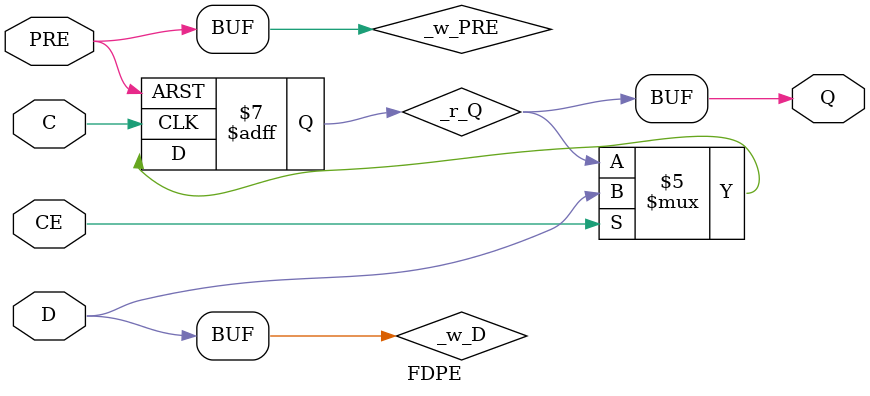
<source format=v>
`ifdef verilator3
`else
`timescale 1 ps / 1 ps
`endif

/* verilator coverage_off */
module FDPE
#(
    parameter [0:0] IS_C_INVERTED   = 1'b0,
    parameter [0:0] IS_D_INVERTED   = 1'b0,
    parameter [0:0] IS_PRE_INVERTED = 1'b0,
    parameter [0:0] INIT            = 1'b0
)
(
    // Clock
    input  wire C,
    // Clock enable
    input  wire CE,
    // Asynchronous preset
    input  wire PRE,
    // Data in
    input  wire D,
    // Data out
`ifdef FAST_IQ
    output wire Q
`else
    output wire Q /* verilator public_flat_rd */
`endif
);
`ifdef SCOPE_IQ
    localparam cell_kind /* verilator public_flat_rd */ = 0;
`endif
    reg    _r_Q;
    
    wire   _w_PRE = PRE ^ IS_PRE_INVERTED;
    wire   _w_D   = D   ^ IS_D_INVERTED;
    
    initial begin : INIT_STATE
        _r_Q = INIT[0];
    end

    generate
        if (IS_C_INVERTED) begin : GEN_CLK_NEG
            always @(negedge C or posedge _w_PRE) begin
            
                if (_w_PRE) begin
                    _r_Q <= 1'b1;
                end
                else if (CE) begin
                    _r_Q <= _w_D;
                end
            end
        end
        else begin : GEN_CLK_POS
            always @(posedge C or posedge _w_PRE) begin
            
                if (_w_PRE) begin
                    _r_Q <= 1'b1;
                end
                else if (CE) begin
                    _r_Q <= _w_D;
                end
            end
        end
    endgenerate
    
`ifdef FAST_IQ
    reg Q_f /* verilator public_flat_rw */ = 1'b0;
    reg Q_v /* verilator public_flat_rw */ = 1'b0;
    assign Q = Q_f ? Q_v : _r_Q;
`else
    assign Q = _r_Q;
`endif

endmodule
/* verilator coverage_on */

</source>
